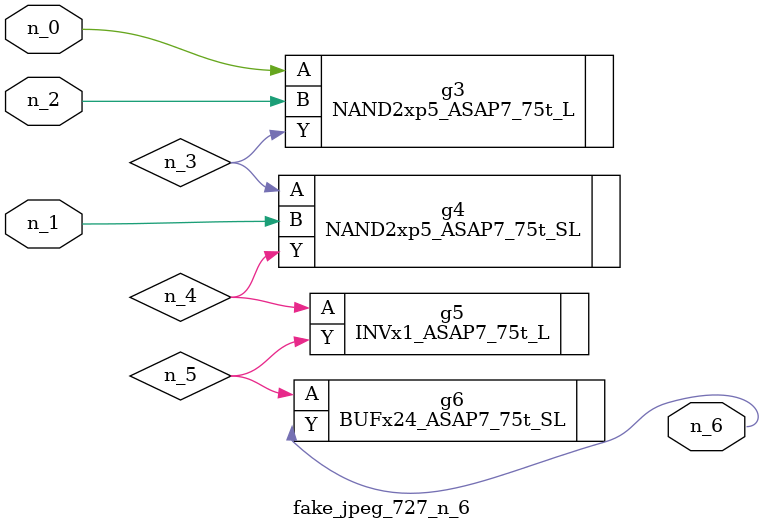
<source format=v>
module fake_jpeg_727_n_6 (n_0, n_2, n_1, n_6);

input n_0;
input n_2;
input n_1;

output n_6;

wire n_3;
wire n_4;
wire n_5;

NAND2xp5_ASAP7_75t_L g3 ( 
.A(n_0),
.B(n_2),
.Y(n_3)
);

NAND2xp5_ASAP7_75t_SL g4 ( 
.A(n_3),
.B(n_1),
.Y(n_4)
);

INVx1_ASAP7_75t_L g5 ( 
.A(n_4),
.Y(n_5)
);

BUFx24_ASAP7_75t_SL g6 ( 
.A(n_5),
.Y(n_6)
);


endmodule
</source>
